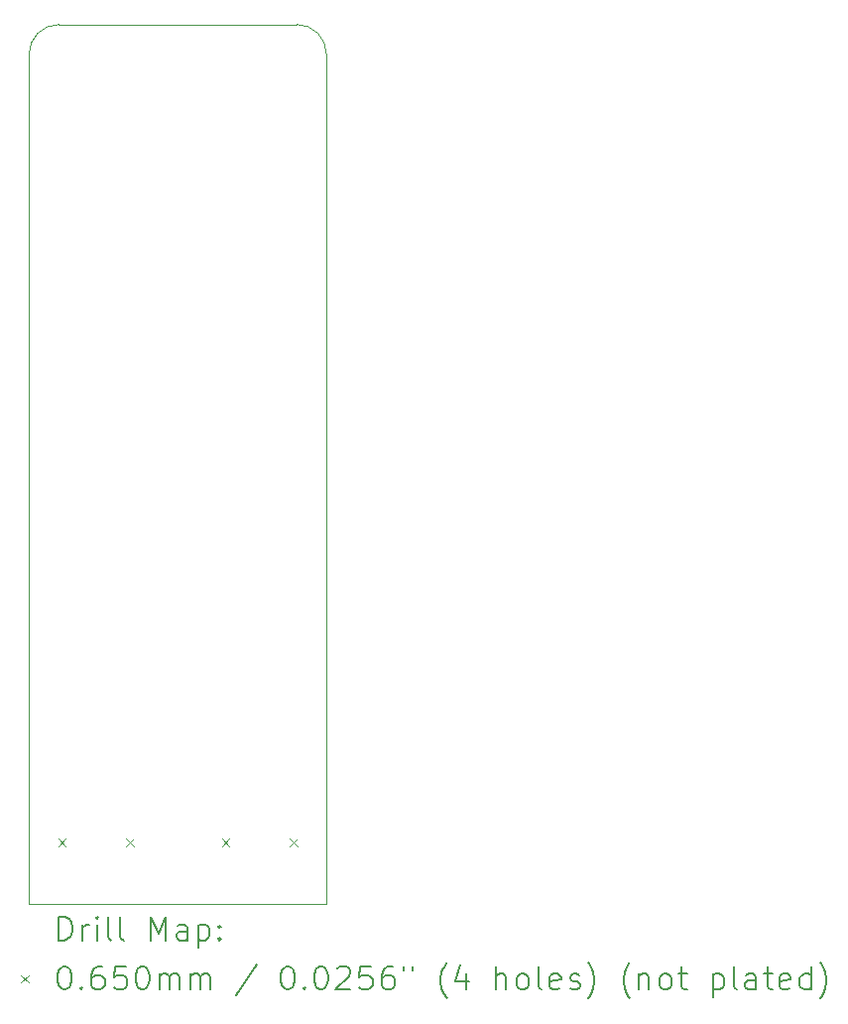
<source format=gbr>
%TF.GenerationSoftware,KiCad,Pcbnew,8.99.0-1829-g5db4d10c86*%
%TF.CreationDate,2024-08-04T21:38:41+02:00*%
%TF.ProjectId,fiit-esp32-kit-pcb,66696974-2d65-4737-9033-322d6b69742d,0.1*%
%TF.SameCoordinates,Original*%
%TF.FileFunction,Drillmap*%
%TF.FilePolarity,Positive*%
%FSLAX45Y45*%
G04 Gerber Fmt 4.5, Leading zero omitted, Abs format (unit mm)*
G04 Created by KiCad (PCBNEW 8.99.0-1829-g5db4d10c86) date 2024-08-04 21:38:41*
%MOMM*%
%LPD*%
G01*
G04 APERTURE LIST*
%ADD10C,0.100000*%
%ADD11C,0.050000*%
%ADD12C,0.200000*%
G04 APERTURE END LIST*
D10*
X19500000Y-5069000D02*
G75*
G02*
X19754000Y-4815000I254000J0D01*
G01*
D11*
X19500000Y-12315000D02*
X19500000Y-5069000D01*
X19754000Y-4815000D02*
X21786000Y-4815000D01*
X22040000Y-12315000D02*
X19500000Y-12315000D01*
D10*
X21786000Y-4815000D02*
G75*
G02*
X22040000Y-5069000I0J-254000D01*
G01*
D11*
X22040000Y-5069000D02*
X22040000Y-12315000D01*
D12*
D10*
X19750000Y-11761000D02*
X19815000Y-11826000D01*
X19815000Y-11761000D02*
X19750000Y-11826000D01*
X20328000Y-11761000D02*
X20393000Y-11826000D01*
X20393000Y-11761000D02*
X20328000Y-11826000D01*
X21147000Y-11761000D02*
X21212000Y-11826000D01*
X21212000Y-11761000D02*
X21147000Y-11826000D01*
X21725000Y-11761000D02*
X21790000Y-11826000D01*
X21790000Y-11761000D02*
X21725000Y-11826000D01*
D12*
X19755777Y-12628984D02*
X19755777Y-12428984D01*
X19755777Y-12428984D02*
X19803396Y-12428984D01*
X19803396Y-12428984D02*
X19831967Y-12438508D01*
X19831967Y-12438508D02*
X19851015Y-12457555D01*
X19851015Y-12457555D02*
X19860539Y-12476603D01*
X19860539Y-12476603D02*
X19870063Y-12514698D01*
X19870063Y-12514698D02*
X19870063Y-12543269D01*
X19870063Y-12543269D02*
X19860539Y-12581365D01*
X19860539Y-12581365D02*
X19851015Y-12600412D01*
X19851015Y-12600412D02*
X19831967Y-12619460D01*
X19831967Y-12619460D02*
X19803396Y-12628984D01*
X19803396Y-12628984D02*
X19755777Y-12628984D01*
X19955777Y-12628984D02*
X19955777Y-12495650D01*
X19955777Y-12533746D02*
X19965301Y-12514698D01*
X19965301Y-12514698D02*
X19974824Y-12505174D01*
X19974824Y-12505174D02*
X19993872Y-12495650D01*
X19993872Y-12495650D02*
X20012920Y-12495650D01*
X20079586Y-12628984D02*
X20079586Y-12495650D01*
X20079586Y-12428984D02*
X20070063Y-12438508D01*
X20070063Y-12438508D02*
X20079586Y-12448031D01*
X20079586Y-12448031D02*
X20089110Y-12438508D01*
X20089110Y-12438508D02*
X20079586Y-12428984D01*
X20079586Y-12428984D02*
X20079586Y-12448031D01*
X20203396Y-12628984D02*
X20184348Y-12619460D01*
X20184348Y-12619460D02*
X20174824Y-12600412D01*
X20174824Y-12600412D02*
X20174824Y-12428984D01*
X20308158Y-12628984D02*
X20289110Y-12619460D01*
X20289110Y-12619460D02*
X20279586Y-12600412D01*
X20279586Y-12600412D02*
X20279586Y-12428984D01*
X20536729Y-12628984D02*
X20536729Y-12428984D01*
X20536729Y-12428984D02*
X20603396Y-12571841D01*
X20603396Y-12571841D02*
X20670063Y-12428984D01*
X20670063Y-12428984D02*
X20670063Y-12628984D01*
X20851015Y-12628984D02*
X20851015Y-12524222D01*
X20851015Y-12524222D02*
X20841491Y-12505174D01*
X20841491Y-12505174D02*
X20822444Y-12495650D01*
X20822444Y-12495650D02*
X20784348Y-12495650D01*
X20784348Y-12495650D02*
X20765301Y-12505174D01*
X20851015Y-12619460D02*
X20831967Y-12628984D01*
X20831967Y-12628984D02*
X20784348Y-12628984D01*
X20784348Y-12628984D02*
X20765301Y-12619460D01*
X20765301Y-12619460D02*
X20755777Y-12600412D01*
X20755777Y-12600412D02*
X20755777Y-12581365D01*
X20755777Y-12581365D02*
X20765301Y-12562317D01*
X20765301Y-12562317D02*
X20784348Y-12552793D01*
X20784348Y-12552793D02*
X20831967Y-12552793D01*
X20831967Y-12552793D02*
X20851015Y-12543269D01*
X20946253Y-12495650D02*
X20946253Y-12695650D01*
X20946253Y-12505174D02*
X20965301Y-12495650D01*
X20965301Y-12495650D02*
X21003396Y-12495650D01*
X21003396Y-12495650D02*
X21022444Y-12505174D01*
X21022444Y-12505174D02*
X21031967Y-12514698D01*
X21031967Y-12514698D02*
X21041491Y-12533746D01*
X21041491Y-12533746D02*
X21041491Y-12590888D01*
X21041491Y-12590888D02*
X21031967Y-12609936D01*
X21031967Y-12609936D02*
X21022444Y-12619460D01*
X21022444Y-12619460D02*
X21003396Y-12628984D01*
X21003396Y-12628984D02*
X20965301Y-12628984D01*
X20965301Y-12628984D02*
X20946253Y-12619460D01*
X21127205Y-12609936D02*
X21136729Y-12619460D01*
X21136729Y-12619460D02*
X21127205Y-12628984D01*
X21127205Y-12628984D02*
X21117682Y-12619460D01*
X21117682Y-12619460D02*
X21127205Y-12609936D01*
X21127205Y-12609936D02*
X21127205Y-12628984D01*
X21127205Y-12505174D02*
X21136729Y-12514698D01*
X21136729Y-12514698D02*
X21127205Y-12524222D01*
X21127205Y-12524222D02*
X21117682Y-12514698D01*
X21117682Y-12514698D02*
X21127205Y-12505174D01*
X21127205Y-12505174D02*
X21127205Y-12524222D01*
D10*
X19430000Y-12925000D02*
X19495000Y-12990000D01*
X19495000Y-12925000D02*
X19430000Y-12990000D01*
D12*
X19793872Y-12848984D02*
X19812920Y-12848984D01*
X19812920Y-12848984D02*
X19831967Y-12858508D01*
X19831967Y-12858508D02*
X19841491Y-12868031D01*
X19841491Y-12868031D02*
X19851015Y-12887079D01*
X19851015Y-12887079D02*
X19860539Y-12925174D01*
X19860539Y-12925174D02*
X19860539Y-12972793D01*
X19860539Y-12972793D02*
X19851015Y-13010888D01*
X19851015Y-13010888D02*
X19841491Y-13029936D01*
X19841491Y-13029936D02*
X19831967Y-13039460D01*
X19831967Y-13039460D02*
X19812920Y-13048984D01*
X19812920Y-13048984D02*
X19793872Y-13048984D01*
X19793872Y-13048984D02*
X19774824Y-13039460D01*
X19774824Y-13039460D02*
X19765301Y-13029936D01*
X19765301Y-13029936D02*
X19755777Y-13010888D01*
X19755777Y-13010888D02*
X19746253Y-12972793D01*
X19746253Y-12972793D02*
X19746253Y-12925174D01*
X19746253Y-12925174D02*
X19755777Y-12887079D01*
X19755777Y-12887079D02*
X19765301Y-12868031D01*
X19765301Y-12868031D02*
X19774824Y-12858508D01*
X19774824Y-12858508D02*
X19793872Y-12848984D01*
X19946253Y-13029936D02*
X19955777Y-13039460D01*
X19955777Y-13039460D02*
X19946253Y-13048984D01*
X19946253Y-13048984D02*
X19936729Y-13039460D01*
X19936729Y-13039460D02*
X19946253Y-13029936D01*
X19946253Y-13029936D02*
X19946253Y-13048984D01*
X20127205Y-12848984D02*
X20089110Y-12848984D01*
X20089110Y-12848984D02*
X20070063Y-12858508D01*
X20070063Y-12858508D02*
X20060539Y-12868031D01*
X20060539Y-12868031D02*
X20041491Y-12896603D01*
X20041491Y-12896603D02*
X20031967Y-12934698D01*
X20031967Y-12934698D02*
X20031967Y-13010888D01*
X20031967Y-13010888D02*
X20041491Y-13029936D01*
X20041491Y-13029936D02*
X20051015Y-13039460D01*
X20051015Y-13039460D02*
X20070063Y-13048984D01*
X20070063Y-13048984D02*
X20108158Y-13048984D01*
X20108158Y-13048984D02*
X20127205Y-13039460D01*
X20127205Y-13039460D02*
X20136729Y-13029936D01*
X20136729Y-13029936D02*
X20146253Y-13010888D01*
X20146253Y-13010888D02*
X20146253Y-12963269D01*
X20146253Y-12963269D02*
X20136729Y-12944222D01*
X20136729Y-12944222D02*
X20127205Y-12934698D01*
X20127205Y-12934698D02*
X20108158Y-12925174D01*
X20108158Y-12925174D02*
X20070063Y-12925174D01*
X20070063Y-12925174D02*
X20051015Y-12934698D01*
X20051015Y-12934698D02*
X20041491Y-12944222D01*
X20041491Y-12944222D02*
X20031967Y-12963269D01*
X20327205Y-12848984D02*
X20231967Y-12848984D01*
X20231967Y-12848984D02*
X20222444Y-12944222D01*
X20222444Y-12944222D02*
X20231967Y-12934698D01*
X20231967Y-12934698D02*
X20251015Y-12925174D01*
X20251015Y-12925174D02*
X20298634Y-12925174D01*
X20298634Y-12925174D02*
X20317682Y-12934698D01*
X20317682Y-12934698D02*
X20327205Y-12944222D01*
X20327205Y-12944222D02*
X20336729Y-12963269D01*
X20336729Y-12963269D02*
X20336729Y-13010888D01*
X20336729Y-13010888D02*
X20327205Y-13029936D01*
X20327205Y-13029936D02*
X20317682Y-13039460D01*
X20317682Y-13039460D02*
X20298634Y-13048984D01*
X20298634Y-13048984D02*
X20251015Y-13048984D01*
X20251015Y-13048984D02*
X20231967Y-13039460D01*
X20231967Y-13039460D02*
X20222444Y-13029936D01*
X20460539Y-12848984D02*
X20479586Y-12848984D01*
X20479586Y-12848984D02*
X20498634Y-12858508D01*
X20498634Y-12858508D02*
X20508158Y-12868031D01*
X20508158Y-12868031D02*
X20517682Y-12887079D01*
X20517682Y-12887079D02*
X20527205Y-12925174D01*
X20527205Y-12925174D02*
X20527205Y-12972793D01*
X20527205Y-12972793D02*
X20517682Y-13010888D01*
X20517682Y-13010888D02*
X20508158Y-13029936D01*
X20508158Y-13029936D02*
X20498634Y-13039460D01*
X20498634Y-13039460D02*
X20479586Y-13048984D01*
X20479586Y-13048984D02*
X20460539Y-13048984D01*
X20460539Y-13048984D02*
X20441491Y-13039460D01*
X20441491Y-13039460D02*
X20431967Y-13029936D01*
X20431967Y-13029936D02*
X20422444Y-13010888D01*
X20422444Y-13010888D02*
X20412920Y-12972793D01*
X20412920Y-12972793D02*
X20412920Y-12925174D01*
X20412920Y-12925174D02*
X20422444Y-12887079D01*
X20422444Y-12887079D02*
X20431967Y-12868031D01*
X20431967Y-12868031D02*
X20441491Y-12858508D01*
X20441491Y-12858508D02*
X20460539Y-12848984D01*
X20612920Y-13048984D02*
X20612920Y-12915650D01*
X20612920Y-12934698D02*
X20622444Y-12925174D01*
X20622444Y-12925174D02*
X20641491Y-12915650D01*
X20641491Y-12915650D02*
X20670063Y-12915650D01*
X20670063Y-12915650D02*
X20689110Y-12925174D01*
X20689110Y-12925174D02*
X20698634Y-12944222D01*
X20698634Y-12944222D02*
X20698634Y-13048984D01*
X20698634Y-12944222D02*
X20708158Y-12925174D01*
X20708158Y-12925174D02*
X20727205Y-12915650D01*
X20727205Y-12915650D02*
X20755777Y-12915650D01*
X20755777Y-12915650D02*
X20774825Y-12925174D01*
X20774825Y-12925174D02*
X20784348Y-12944222D01*
X20784348Y-12944222D02*
X20784348Y-13048984D01*
X20879586Y-13048984D02*
X20879586Y-12915650D01*
X20879586Y-12934698D02*
X20889110Y-12925174D01*
X20889110Y-12925174D02*
X20908158Y-12915650D01*
X20908158Y-12915650D02*
X20936729Y-12915650D01*
X20936729Y-12915650D02*
X20955777Y-12925174D01*
X20955777Y-12925174D02*
X20965301Y-12944222D01*
X20965301Y-12944222D02*
X20965301Y-13048984D01*
X20965301Y-12944222D02*
X20974825Y-12925174D01*
X20974825Y-12925174D02*
X20993872Y-12915650D01*
X20993872Y-12915650D02*
X21022444Y-12915650D01*
X21022444Y-12915650D02*
X21041491Y-12925174D01*
X21041491Y-12925174D02*
X21051015Y-12944222D01*
X21051015Y-12944222D02*
X21051015Y-13048984D01*
X21441491Y-12839460D02*
X21270063Y-13096603D01*
X21698634Y-12848984D02*
X21717682Y-12848984D01*
X21717682Y-12848984D02*
X21736729Y-12858508D01*
X21736729Y-12858508D02*
X21746253Y-12868031D01*
X21746253Y-12868031D02*
X21755777Y-12887079D01*
X21755777Y-12887079D02*
X21765301Y-12925174D01*
X21765301Y-12925174D02*
X21765301Y-12972793D01*
X21765301Y-12972793D02*
X21755777Y-13010888D01*
X21755777Y-13010888D02*
X21746253Y-13029936D01*
X21746253Y-13029936D02*
X21736729Y-13039460D01*
X21736729Y-13039460D02*
X21717682Y-13048984D01*
X21717682Y-13048984D02*
X21698634Y-13048984D01*
X21698634Y-13048984D02*
X21679587Y-13039460D01*
X21679587Y-13039460D02*
X21670063Y-13029936D01*
X21670063Y-13029936D02*
X21660539Y-13010888D01*
X21660539Y-13010888D02*
X21651015Y-12972793D01*
X21651015Y-12972793D02*
X21651015Y-12925174D01*
X21651015Y-12925174D02*
X21660539Y-12887079D01*
X21660539Y-12887079D02*
X21670063Y-12868031D01*
X21670063Y-12868031D02*
X21679587Y-12858508D01*
X21679587Y-12858508D02*
X21698634Y-12848984D01*
X21851015Y-13029936D02*
X21860539Y-13039460D01*
X21860539Y-13039460D02*
X21851015Y-13048984D01*
X21851015Y-13048984D02*
X21841491Y-13039460D01*
X21841491Y-13039460D02*
X21851015Y-13029936D01*
X21851015Y-13029936D02*
X21851015Y-13048984D01*
X21984348Y-12848984D02*
X22003396Y-12848984D01*
X22003396Y-12848984D02*
X22022444Y-12858508D01*
X22022444Y-12858508D02*
X22031968Y-12868031D01*
X22031968Y-12868031D02*
X22041491Y-12887079D01*
X22041491Y-12887079D02*
X22051015Y-12925174D01*
X22051015Y-12925174D02*
X22051015Y-12972793D01*
X22051015Y-12972793D02*
X22041491Y-13010888D01*
X22041491Y-13010888D02*
X22031968Y-13029936D01*
X22031968Y-13029936D02*
X22022444Y-13039460D01*
X22022444Y-13039460D02*
X22003396Y-13048984D01*
X22003396Y-13048984D02*
X21984348Y-13048984D01*
X21984348Y-13048984D02*
X21965301Y-13039460D01*
X21965301Y-13039460D02*
X21955777Y-13029936D01*
X21955777Y-13029936D02*
X21946253Y-13010888D01*
X21946253Y-13010888D02*
X21936729Y-12972793D01*
X21936729Y-12972793D02*
X21936729Y-12925174D01*
X21936729Y-12925174D02*
X21946253Y-12887079D01*
X21946253Y-12887079D02*
X21955777Y-12868031D01*
X21955777Y-12868031D02*
X21965301Y-12858508D01*
X21965301Y-12858508D02*
X21984348Y-12848984D01*
X22127206Y-12868031D02*
X22136729Y-12858508D01*
X22136729Y-12858508D02*
X22155777Y-12848984D01*
X22155777Y-12848984D02*
X22203396Y-12848984D01*
X22203396Y-12848984D02*
X22222444Y-12858508D01*
X22222444Y-12858508D02*
X22231968Y-12868031D01*
X22231968Y-12868031D02*
X22241491Y-12887079D01*
X22241491Y-12887079D02*
X22241491Y-12906127D01*
X22241491Y-12906127D02*
X22231968Y-12934698D01*
X22231968Y-12934698D02*
X22117682Y-13048984D01*
X22117682Y-13048984D02*
X22241491Y-13048984D01*
X22422444Y-12848984D02*
X22327206Y-12848984D01*
X22327206Y-12848984D02*
X22317682Y-12944222D01*
X22317682Y-12944222D02*
X22327206Y-12934698D01*
X22327206Y-12934698D02*
X22346253Y-12925174D01*
X22346253Y-12925174D02*
X22393872Y-12925174D01*
X22393872Y-12925174D02*
X22412920Y-12934698D01*
X22412920Y-12934698D02*
X22422444Y-12944222D01*
X22422444Y-12944222D02*
X22431967Y-12963269D01*
X22431967Y-12963269D02*
X22431967Y-13010888D01*
X22431967Y-13010888D02*
X22422444Y-13029936D01*
X22422444Y-13029936D02*
X22412920Y-13039460D01*
X22412920Y-13039460D02*
X22393872Y-13048984D01*
X22393872Y-13048984D02*
X22346253Y-13048984D01*
X22346253Y-13048984D02*
X22327206Y-13039460D01*
X22327206Y-13039460D02*
X22317682Y-13029936D01*
X22603396Y-12848984D02*
X22565301Y-12848984D01*
X22565301Y-12848984D02*
X22546253Y-12858508D01*
X22546253Y-12858508D02*
X22536729Y-12868031D01*
X22536729Y-12868031D02*
X22517682Y-12896603D01*
X22517682Y-12896603D02*
X22508158Y-12934698D01*
X22508158Y-12934698D02*
X22508158Y-13010888D01*
X22508158Y-13010888D02*
X22517682Y-13029936D01*
X22517682Y-13029936D02*
X22527206Y-13039460D01*
X22527206Y-13039460D02*
X22546253Y-13048984D01*
X22546253Y-13048984D02*
X22584348Y-13048984D01*
X22584348Y-13048984D02*
X22603396Y-13039460D01*
X22603396Y-13039460D02*
X22612920Y-13029936D01*
X22612920Y-13029936D02*
X22622444Y-13010888D01*
X22622444Y-13010888D02*
X22622444Y-12963269D01*
X22622444Y-12963269D02*
X22612920Y-12944222D01*
X22612920Y-12944222D02*
X22603396Y-12934698D01*
X22603396Y-12934698D02*
X22584348Y-12925174D01*
X22584348Y-12925174D02*
X22546253Y-12925174D01*
X22546253Y-12925174D02*
X22527206Y-12934698D01*
X22527206Y-12934698D02*
X22517682Y-12944222D01*
X22517682Y-12944222D02*
X22508158Y-12963269D01*
X22698634Y-12848984D02*
X22698634Y-12887079D01*
X22774825Y-12848984D02*
X22774825Y-12887079D01*
X23070063Y-13125174D02*
X23060539Y-13115650D01*
X23060539Y-13115650D02*
X23041491Y-13087079D01*
X23041491Y-13087079D02*
X23031968Y-13068031D01*
X23031968Y-13068031D02*
X23022444Y-13039460D01*
X23022444Y-13039460D02*
X23012920Y-12991841D01*
X23012920Y-12991841D02*
X23012920Y-12953746D01*
X23012920Y-12953746D02*
X23022444Y-12906127D01*
X23022444Y-12906127D02*
X23031968Y-12877555D01*
X23031968Y-12877555D02*
X23041491Y-12858508D01*
X23041491Y-12858508D02*
X23060539Y-12829936D01*
X23060539Y-12829936D02*
X23070063Y-12820412D01*
X23231968Y-12915650D02*
X23231968Y-13048984D01*
X23184348Y-12839460D02*
X23136729Y-12982317D01*
X23136729Y-12982317D02*
X23260539Y-12982317D01*
X23489110Y-13048984D02*
X23489110Y-12848984D01*
X23574825Y-13048984D02*
X23574825Y-12944222D01*
X23574825Y-12944222D02*
X23565301Y-12925174D01*
X23565301Y-12925174D02*
X23546253Y-12915650D01*
X23546253Y-12915650D02*
X23517682Y-12915650D01*
X23517682Y-12915650D02*
X23498634Y-12925174D01*
X23498634Y-12925174D02*
X23489110Y-12934698D01*
X23698634Y-13048984D02*
X23679587Y-13039460D01*
X23679587Y-13039460D02*
X23670063Y-13029936D01*
X23670063Y-13029936D02*
X23660539Y-13010888D01*
X23660539Y-13010888D02*
X23660539Y-12953746D01*
X23660539Y-12953746D02*
X23670063Y-12934698D01*
X23670063Y-12934698D02*
X23679587Y-12925174D01*
X23679587Y-12925174D02*
X23698634Y-12915650D01*
X23698634Y-12915650D02*
X23727206Y-12915650D01*
X23727206Y-12915650D02*
X23746253Y-12925174D01*
X23746253Y-12925174D02*
X23755777Y-12934698D01*
X23755777Y-12934698D02*
X23765301Y-12953746D01*
X23765301Y-12953746D02*
X23765301Y-13010888D01*
X23765301Y-13010888D02*
X23755777Y-13029936D01*
X23755777Y-13029936D02*
X23746253Y-13039460D01*
X23746253Y-13039460D02*
X23727206Y-13048984D01*
X23727206Y-13048984D02*
X23698634Y-13048984D01*
X23879587Y-13048984D02*
X23860539Y-13039460D01*
X23860539Y-13039460D02*
X23851015Y-13020412D01*
X23851015Y-13020412D02*
X23851015Y-12848984D01*
X24031968Y-13039460D02*
X24012920Y-13048984D01*
X24012920Y-13048984D02*
X23974825Y-13048984D01*
X23974825Y-13048984D02*
X23955777Y-13039460D01*
X23955777Y-13039460D02*
X23946253Y-13020412D01*
X23946253Y-13020412D02*
X23946253Y-12944222D01*
X23946253Y-12944222D02*
X23955777Y-12925174D01*
X23955777Y-12925174D02*
X23974825Y-12915650D01*
X23974825Y-12915650D02*
X24012920Y-12915650D01*
X24012920Y-12915650D02*
X24031968Y-12925174D01*
X24031968Y-12925174D02*
X24041491Y-12944222D01*
X24041491Y-12944222D02*
X24041491Y-12963269D01*
X24041491Y-12963269D02*
X23946253Y-12982317D01*
X24117682Y-13039460D02*
X24136730Y-13048984D01*
X24136730Y-13048984D02*
X24174825Y-13048984D01*
X24174825Y-13048984D02*
X24193872Y-13039460D01*
X24193872Y-13039460D02*
X24203396Y-13020412D01*
X24203396Y-13020412D02*
X24203396Y-13010888D01*
X24203396Y-13010888D02*
X24193872Y-12991841D01*
X24193872Y-12991841D02*
X24174825Y-12982317D01*
X24174825Y-12982317D02*
X24146253Y-12982317D01*
X24146253Y-12982317D02*
X24127206Y-12972793D01*
X24127206Y-12972793D02*
X24117682Y-12953746D01*
X24117682Y-12953746D02*
X24117682Y-12944222D01*
X24117682Y-12944222D02*
X24127206Y-12925174D01*
X24127206Y-12925174D02*
X24146253Y-12915650D01*
X24146253Y-12915650D02*
X24174825Y-12915650D01*
X24174825Y-12915650D02*
X24193872Y-12925174D01*
X24270063Y-13125174D02*
X24279587Y-13115650D01*
X24279587Y-13115650D02*
X24298634Y-13087079D01*
X24298634Y-13087079D02*
X24308158Y-13068031D01*
X24308158Y-13068031D02*
X24317682Y-13039460D01*
X24317682Y-13039460D02*
X24327206Y-12991841D01*
X24327206Y-12991841D02*
X24327206Y-12953746D01*
X24327206Y-12953746D02*
X24317682Y-12906127D01*
X24317682Y-12906127D02*
X24308158Y-12877555D01*
X24308158Y-12877555D02*
X24298634Y-12858508D01*
X24298634Y-12858508D02*
X24279587Y-12829936D01*
X24279587Y-12829936D02*
X24270063Y-12820412D01*
X24631968Y-13125174D02*
X24622444Y-13115650D01*
X24622444Y-13115650D02*
X24603396Y-13087079D01*
X24603396Y-13087079D02*
X24593872Y-13068031D01*
X24593872Y-13068031D02*
X24584349Y-13039460D01*
X24584349Y-13039460D02*
X24574825Y-12991841D01*
X24574825Y-12991841D02*
X24574825Y-12953746D01*
X24574825Y-12953746D02*
X24584349Y-12906127D01*
X24584349Y-12906127D02*
X24593872Y-12877555D01*
X24593872Y-12877555D02*
X24603396Y-12858508D01*
X24603396Y-12858508D02*
X24622444Y-12829936D01*
X24622444Y-12829936D02*
X24631968Y-12820412D01*
X24708158Y-12915650D02*
X24708158Y-13048984D01*
X24708158Y-12934698D02*
X24717682Y-12925174D01*
X24717682Y-12925174D02*
X24736730Y-12915650D01*
X24736730Y-12915650D02*
X24765301Y-12915650D01*
X24765301Y-12915650D02*
X24784349Y-12925174D01*
X24784349Y-12925174D02*
X24793872Y-12944222D01*
X24793872Y-12944222D02*
X24793872Y-13048984D01*
X24917682Y-13048984D02*
X24898634Y-13039460D01*
X24898634Y-13039460D02*
X24889111Y-13029936D01*
X24889111Y-13029936D02*
X24879587Y-13010888D01*
X24879587Y-13010888D02*
X24879587Y-12953746D01*
X24879587Y-12953746D02*
X24889111Y-12934698D01*
X24889111Y-12934698D02*
X24898634Y-12925174D01*
X24898634Y-12925174D02*
X24917682Y-12915650D01*
X24917682Y-12915650D02*
X24946253Y-12915650D01*
X24946253Y-12915650D02*
X24965301Y-12925174D01*
X24965301Y-12925174D02*
X24974825Y-12934698D01*
X24974825Y-12934698D02*
X24984349Y-12953746D01*
X24984349Y-12953746D02*
X24984349Y-13010888D01*
X24984349Y-13010888D02*
X24974825Y-13029936D01*
X24974825Y-13029936D02*
X24965301Y-13039460D01*
X24965301Y-13039460D02*
X24946253Y-13048984D01*
X24946253Y-13048984D02*
X24917682Y-13048984D01*
X25041492Y-12915650D02*
X25117682Y-12915650D01*
X25070063Y-12848984D02*
X25070063Y-13020412D01*
X25070063Y-13020412D02*
X25079587Y-13039460D01*
X25079587Y-13039460D02*
X25098634Y-13048984D01*
X25098634Y-13048984D02*
X25117682Y-13048984D01*
X25336730Y-12915650D02*
X25336730Y-13115650D01*
X25336730Y-12925174D02*
X25355777Y-12915650D01*
X25355777Y-12915650D02*
X25393873Y-12915650D01*
X25393873Y-12915650D02*
X25412920Y-12925174D01*
X25412920Y-12925174D02*
X25422444Y-12934698D01*
X25422444Y-12934698D02*
X25431968Y-12953746D01*
X25431968Y-12953746D02*
X25431968Y-13010888D01*
X25431968Y-13010888D02*
X25422444Y-13029936D01*
X25422444Y-13029936D02*
X25412920Y-13039460D01*
X25412920Y-13039460D02*
X25393873Y-13048984D01*
X25393873Y-13048984D02*
X25355777Y-13048984D01*
X25355777Y-13048984D02*
X25336730Y-13039460D01*
X25546253Y-13048984D02*
X25527206Y-13039460D01*
X25527206Y-13039460D02*
X25517682Y-13020412D01*
X25517682Y-13020412D02*
X25517682Y-12848984D01*
X25708158Y-13048984D02*
X25708158Y-12944222D01*
X25708158Y-12944222D02*
X25698634Y-12925174D01*
X25698634Y-12925174D02*
X25679587Y-12915650D01*
X25679587Y-12915650D02*
X25641492Y-12915650D01*
X25641492Y-12915650D02*
X25622444Y-12925174D01*
X25708158Y-13039460D02*
X25689111Y-13048984D01*
X25689111Y-13048984D02*
X25641492Y-13048984D01*
X25641492Y-13048984D02*
X25622444Y-13039460D01*
X25622444Y-13039460D02*
X25612920Y-13020412D01*
X25612920Y-13020412D02*
X25612920Y-13001365D01*
X25612920Y-13001365D02*
X25622444Y-12982317D01*
X25622444Y-12982317D02*
X25641492Y-12972793D01*
X25641492Y-12972793D02*
X25689111Y-12972793D01*
X25689111Y-12972793D02*
X25708158Y-12963269D01*
X25774825Y-12915650D02*
X25851015Y-12915650D01*
X25803396Y-12848984D02*
X25803396Y-13020412D01*
X25803396Y-13020412D02*
X25812920Y-13039460D01*
X25812920Y-13039460D02*
X25831968Y-13048984D01*
X25831968Y-13048984D02*
X25851015Y-13048984D01*
X25993873Y-13039460D02*
X25974825Y-13048984D01*
X25974825Y-13048984D02*
X25936730Y-13048984D01*
X25936730Y-13048984D02*
X25917682Y-13039460D01*
X25917682Y-13039460D02*
X25908158Y-13020412D01*
X25908158Y-13020412D02*
X25908158Y-12944222D01*
X25908158Y-12944222D02*
X25917682Y-12925174D01*
X25917682Y-12925174D02*
X25936730Y-12915650D01*
X25936730Y-12915650D02*
X25974825Y-12915650D01*
X25974825Y-12915650D02*
X25993873Y-12925174D01*
X25993873Y-12925174D02*
X26003396Y-12944222D01*
X26003396Y-12944222D02*
X26003396Y-12963269D01*
X26003396Y-12963269D02*
X25908158Y-12982317D01*
X26174825Y-13048984D02*
X26174825Y-12848984D01*
X26174825Y-13039460D02*
X26155777Y-13048984D01*
X26155777Y-13048984D02*
X26117682Y-13048984D01*
X26117682Y-13048984D02*
X26098634Y-13039460D01*
X26098634Y-13039460D02*
X26089111Y-13029936D01*
X26089111Y-13029936D02*
X26079587Y-13010888D01*
X26079587Y-13010888D02*
X26079587Y-12953746D01*
X26079587Y-12953746D02*
X26089111Y-12934698D01*
X26089111Y-12934698D02*
X26098634Y-12925174D01*
X26098634Y-12925174D02*
X26117682Y-12915650D01*
X26117682Y-12915650D02*
X26155777Y-12915650D01*
X26155777Y-12915650D02*
X26174825Y-12925174D01*
X26251015Y-13125174D02*
X26260539Y-13115650D01*
X26260539Y-13115650D02*
X26279587Y-13087079D01*
X26279587Y-13087079D02*
X26289111Y-13068031D01*
X26289111Y-13068031D02*
X26298634Y-13039460D01*
X26298634Y-13039460D02*
X26308158Y-12991841D01*
X26308158Y-12991841D02*
X26308158Y-12953746D01*
X26308158Y-12953746D02*
X26298634Y-12906127D01*
X26298634Y-12906127D02*
X26289111Y-12877555D01*
X26289111Y-12877555D02*
X26279587Y-12858508D01*
X26279587Y-12858508D02*
X26260539Y-12829936D01*
X26260539Y-12829936D02*
X26251015Y-12820412D01*
M02*

</source>
